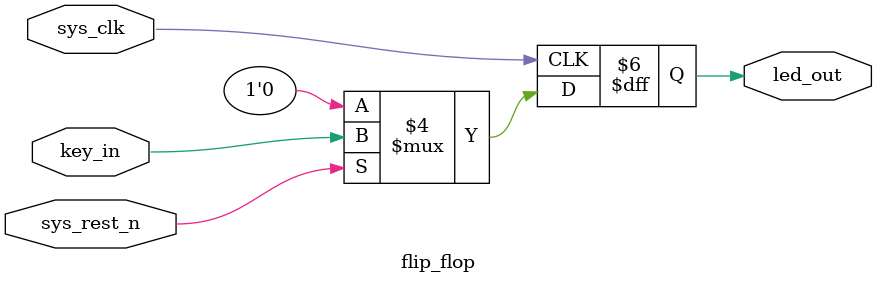
<source format=v>
module flip_flop (
    input wire sys_clk,
    input wire sys_rest_n,
    input wire key_in,
    output reg led_out
);
    
//sync
always@ (posedge sys_clk)
    
    if(sys_rest_n == 1'b0)
        led_out <= 1'b0;
    else
        led_out <= key_in;

//async

/*

always@(posedge sys_clk or negedge sys_rest_n)

    if(sys_rest_n == 1'b0)
        led_out <= 1'b0;
    else 
        led_out <= key_in;

*/
endmodule
</source>
